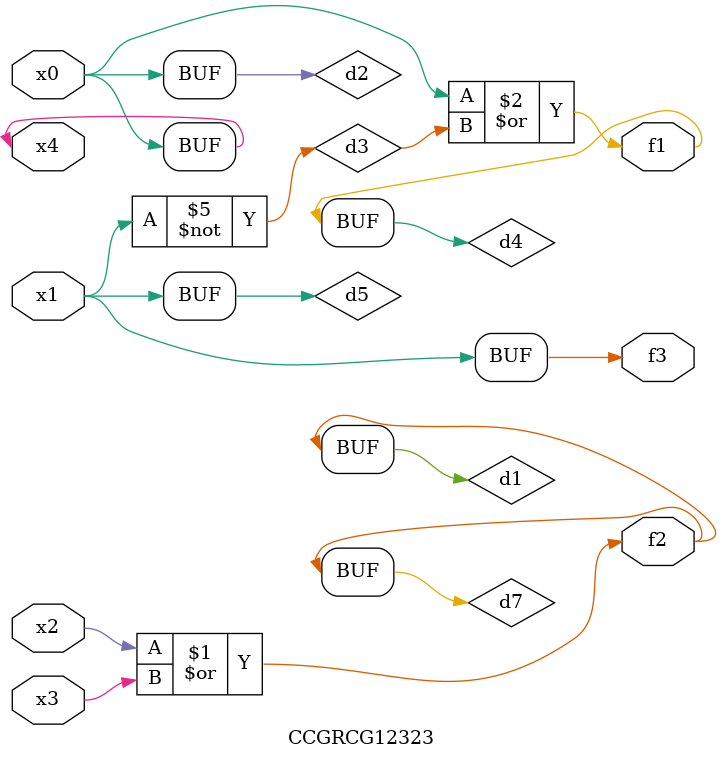
<source format=v>
module CCGRCG12323(
	input x0, x1, x2, x3, x4,
	output f1, f2, f3
);

	wire d1, d2, d3, d4, d5, d6, d7;

	or (d1, x2, x3);
	buf (d2, x0, x4);
	not (d3, x1);
	or (d4, d2, d3);
	not (d5, d3);
	nand (d6, d1, d3);
	or (d7, d1);
	assign f1 = d4;
	assign f2 = d7;
	assign f3 = d5;
endmodule

</source>
